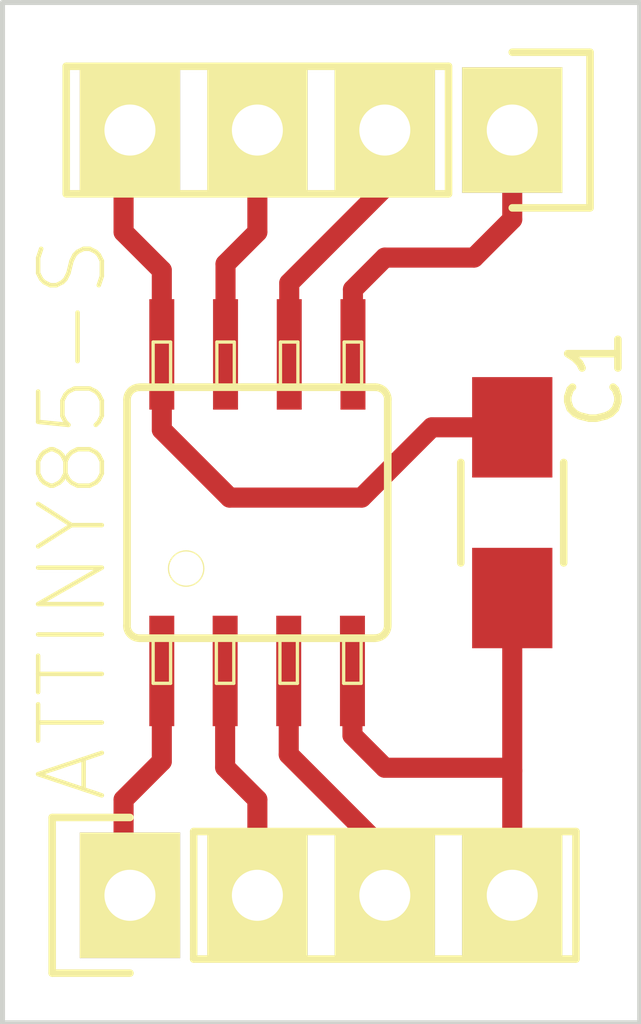
<source format=kicad_pcb>
(kicad_pcb (version 4) (host pcbnew "(2015-05-12 BZR 5652)-product")

  (general
    (links 10)
    (no_connects 0)
    (area 132.867667 94.437999 151.104334 114.858001)
    (thickness 1.6)
    (drawings 4)
    (tracks 42)
    (zones 0)
    (modules 4)
    (nets 9)
  )

  (page A4)
  (layers
    (0 F.Cu signal)
    (31 B.Cu signal)
    (32 B.Adhes user)
    (33 F.Adhes user)
    (34 B.Paste user)
    (35 F.Paste user)
    (36 B.SilkS user)
    (37 F.SilkS user)
    (38 B.Mask user)
    (39 F.Mask user)
    (40 Dwgs.User user)
    (41 Cmts.User user)
    (42 Eco1.User user)
    (43 Eco2.User user)
    (44 Edge.Cuts user)
    (45 Margin user)
    (46 B.CrtYd user)
    (47 F.CrtYd user)
    (48 B.Fab user)
    (49 F.Fab user)
  )

  (setup
    (last_trace_width 0.4)
    (trace_clearance 0.4)
    (zone_clearance 0.508)
    (zone_45_only no)
    (trace_min 0.2)
    (segment_width 0.2)
    (edge_width 0.1)
    (via_size 0.6)
    (via_drill 0.4)
    (via_min_size 0.4)
    (via_min_drill 0.3)
    (uvia_size 0.3)
    (uvia_drill 0.1)
    (uvias_allowed no)
    (uvia_min_size 0.2)
    (uvia_min_drill 0.1)
    (pcb_text_width 0.3)
    (pcb_text_size 1.5 1.5)
    (mod_edge_width 0.15)
    (mod_text_size 1 1)
    (mod_text_width 0.15)
    (pad_size 1.5 1.5)
    (pad_drill 0.6)
    (pad_to_mask_clearance 0)
    (aux_axis_origin 135.636 114.808)
    (grid_origin 135.636 114.808)
    (visible_elements FFFFFF7F)
    (pcbplotparams
      (layerselection 0x01020_00000001)
      (usegerberextensions true)
      (usegerberattributes true)
      (excludeedgelayer true)
      (linewidth 0.100000)
      (plotframeref false)
      (viasonmask false)
      (mode 1)
      (useauxorigin true)
      (hpglpennumber 1)
      (hpglpenspeed 20)
      (hpglpendiameter 15)
      (hpglpenoverlay 2)
      (psnegative false)
      (psa4output false)
      (plotreference true)
      (plotvalue true)
      (plotinvisibletext false)
      (padsonsilk false)
      (subtractmaskfromsilk false)
      (outputformat 1)
      (mirror false)
      (drillshape 0)
      (scaleselection 1)
      (outputdirectory gerbers/TestGerbers_extraDetail/))
  )

  (net 0 "")
  (net 1 +5V)
  (net 2 GND)
  (net 3 "Net-(IC1-Pad1)")
  (net 4 "Net-(IC1-Pad2)")
  (net 5 "Net-(IC1-Pad3)")
  (net 6 "Net-(IC1-Pad5)")
  (net 7 "Net-(IC1-Pad6)")
  (net 8 "Net-(IC1-Pad7)")

  (net_class Default "This is the default net class."
    (clearance 0.4)
    (trace_width 0.4)
    (via_dia 0.6)
    (via_drill 0.4)
    (uvia_dia 0.3)
    (uvia_drill 0.1)
    (add_net +5V)
    (add_net GND)
    (add_net "Net-(IC1-Pad1)")
    (add_net "Net-(IC1-Pad2)")
    (add_net "Net-(IC1-Pad3)")
    (add_net "Net-(IC1-Pad5)")
    (add_net "Net-(IC1-Pad6)")
    (add_net "Net-(IC1-Pad7)")
  )

  (module FabLibrary:avr-SOIC8 (layer F.Cu) (tedit 55D8A4ED) (tstamp 55D8A0D4)
    (at 140.716 104.648)
    (descr "WIDE PLASTIC GULL WING SMALL OUTLINE PACKAGE")
    (tags "WIDE PLASTIC GULL WING SMALL OUTLINE PACKAGE")
    (path /55D89E12)
    (attr smd)
    (fp_text reference IC1 (at -3.4925 -1.016 90) (layer B.SilkS) hide
      (effects (font (size 1.27 1.27) (thickness 0.0889)) (justify mirror))
    )
    (fp_text value ATTINY85-S (at -3.683 0.127 90) (layer F.SilkS)
      (effects (font (size 1.27 1.27) (thickness 0.0889)))
    )
    (fp_line (start -2.07772 -2.49936) (end -1.72974 -2.49936) (layer F.SilkS) (width 0.06604))
    (fp_line (start -1.72974 -2.49936) (end -1.72974 -3.39852) (layer F.SilkS) (width 0.06604))
    (fp_line (start -2.07772 -3.39852) (end -1.72974 -3.39852) (layer F.SilkS) (width 0.06604))
    (fp_line (start -2.07772 -2.49936) (end -2.07772 -3.39852) (layer F.SilkS) (width 0.06604))
    (fp_line (start -0.80772 -2.49936) (end -0.45974 -2.49936) (layer F.SilkS) (width 0.06604))
    (fp_line (start -0.45974 -2.49936) (end -0.45974 -3.39852) (layer F.SilkS) (width 0.06604))
    (fp_line (start -0.80772 -3.39852) (end -0.45974 -3.39852) (layer F.SilkS) (width 0.06604))
    (fp_line (start -0.80772 -2.49936) (end -0.80772 -3.39852) (layer F.SilkS) (width 0.06604))
    (fp_line (start 0.45974 -2.49936) (end 0.80772 -2.49936) (layer F.SilkS) (width 0.06604))
    (fp_line (start 0.80772 -2.49936) (end 0.80772 -3.39852) (layer F.SilkS) (width 0.06604))
    (fp_line (start 0.45974 -3.39852) (end 0.80772 -3.39852) (layer F.SilkS) (width 0.06604))
    (fp_line (start 0.45974 -2.49936) (end 0.45974 -3.39852) (layer F.SilkS) (width 0.06604))
    (fp_line (start 1.72974 -2.49936) (end 2.07772 -2.49936) (layer F.SilkS) (width 0.06604))
    (fp_line (start 2.07772 -2.49936) (end 2.07772 -3.39852) (layer F.SilkS) (width 0.06604))
    (fp_line (start 1.72974 -3.39852) (end 2.07772 -3.39852) (layer F.SilkS) (width 0.06604))
    (fp_line (start 1.72974 -2.49936) (end 1.72974 -3.39852) (layer F.SilkS) (width 0.06604))
    (fp_line (start 1.71958 3.39852) (end 2.06756 3.39852) (layer F.SilkS) (width 0.06604))
    (fp_line (start 2.06756 3.39852) (end 2.06756 2.49936) (layer F.SilkS) (width 0.06604))
    (fp_line (start 1.71958 2.49936) (end 2.06756 2.49936) (layer F.SilkS) (width 0.06604))
    (fp_line (start 1.71958 3.39852) (end 1.71958 2.49936) (layer F.SilkS) (width 0.06604))
    (fp_line (start 0.44958 3.39852) (end 0.79756 3.39852) (layer F.SilkS) (width 0.06604))
    (fp_line (start 0.79756 3.39852) (end 0.79756 2.49936) (layer F.SilkS) (width 0.06604))
    (fp_line (start 0.44958 2.49936) (end 0.79756 2.49936) (layer F.SilkS) (width 0.06604))
    (fp_line (start 0.44958 3.39852) (end 0.44958 2.49936) (layer F.SilkS) (width 0.06604))
    (fp_line (start -0.81788 3.39852) (end -0.4699 3.39852) (layer F.SilkS) (width 0.06604))
    (fp_line (start -0.4699 3.39852) (end -0.4699 2.49936) (layer F.SilkS) (width 0.06604))
    (fp_line (start -0.81788 2.49936) (end -0.4699 2.49936) (layer F.SilkS) (width 0.06604))
    (fp_line (start -0.81788 3.39852) (end -0.81788 2.49936) (layer F.SilkS) (width 0.06604))
    (fp_line (start -2.07772 3.39852) (end -1.72974 3.39852) (layer F.SilkS) (width 0.06604))
    (fp_line (start -1.72974 3.39852) (end -1.72974 2.49936) (layer F.SilkS) (width 0.06604))
    (fp_line (start -2.07772 2.49936) (end -1.72974 2.49936) (layer F.SilkS) (width 0.06604))
    (fp_line (start -2.07772 3.39852) (end -2.07772 2.49936) (layer F.SilkS) (width 0.06604))
    (fp_line (start 2.35966 2.49936) (end -2.33934 2.49936) (layer F.SilkS) (width 0.1524))
    (fp_line (start -2.33934 -2.49936) (end 2.35966 -2.49936) (layer F.SilkS) (width 0.1524))
    (fp_line (start -2.2098 -2.49936) (end -2.33934 -2.49936) (layer F.SilkS) (width 0.1524))
    (fp_line (start -1.5875 -2.49936) (end -0.94996 -2.49936) (layer F.SilkS) (width 0.1524))
    (fp_line (start -0.3175 -2.49936) (end 0.3175 -2.49936) (layer F.SilkS) (width 0.1524))
    (fp_line (start 0.94996 -2.49936) (end 1.5875 -2.49936) (layer F.SilkS) (width 0.1524))
    (fp_line (start 2.2098 -2.49936) (end 2.35966 -2.49936) (layer F.SilkS) (width 0.1524))
    (fp_line (start 2.19964 2.49936) (end 2.32918 2.49936) (layer F.SilkS) (width 0.1524))
    (fp_line (start 1.5875 2.49936) (end 0.9398 2.49936) (layer F.SilkS) (width 0.1524))
    (fp_line (start 0.3175 2.49936) (end -0.32766 2.49936) (layer F.SilkS) (width 0.1524))
    (fp_line (start -0.94996 2.49936) (end -1.5875 2.49936) (layer F.SilkS) (width 0.1524))
    (fp_line (start -2.2098 2.49936) (end -2.33934 2.49936) (layer F.SilkS) (width 0.1524))
    (fp_line (start -2.59842 -2.2479) (end -2.59842 2.23774) (layer F.SilkS) (width 0.1524))
    (fp_line (start 2.59842 2.2479) (end 2.59842 -2.2479) (layer F.SilkS) (width 0.1524))
    (fp_circle (center -1.41986 1.11252) (end -1.66878 1.36144) (layer F.SilkS) (width 0.0254))
    (fp_arc (start -2.3495 -2.2479) (end -2.59842 -2.2479) (angle 90) (layer F.SilkS) (width 0.1524))
    (fp_arc (start 2.3495 -2.2479) (end 2.3495 -2.49936) (angle 90) (layer F.SilkS) (width 0.1524))
    (fp_arc (start 2.3495 2.2479) (end 2.59842 2.2479) (angle 90) (layer F.SilkS) (width 0.1524))
    (fp_arc (start -2.3495 2.2479) (end -2.3495 2.49936) (angle 90) (layer F.SilkS) (width 0.1524))
    (pad 1 smd rect (at -1.905 3.15214) (size 0.49784 2.19964) (layers F.Cu F.Paste F.Mask)
      (net 3 "Net-(IC1-Pad1)"))
    (pad 2 smd rect (at -0.64262 3.15214) (size 0.49784 2.19964) (layers F.Cu F.Paste F.Mask)
      (net 4 "Net-(IC1-Pad2)"))
    (pad 3 smd rect (at 0.62484 3.15214) (size 0.49784 2.19964) (layers F.Cu F.Paste F.Mask)
      (net 5 "Net-(IC1-Pad3)"))
    (pad 4 smd rect (at 1.89484 3.15214) (size 0.49784 2.19964) (layers F.Cu F.Paste F.Mask)
      (net 2 GND))
    (pad 5 smd rect (at 1.905 -3.15214) (size 0.49784 2.19964) (layers F.Cu F.Paste F.Mask)
      (net 6 "Net-(IC1-Pad5)"))
    (pad 6 smd rect (at 0.635 -3.15214) (size 0.49784 2.19964) (layers F.Cu F.Paste F.Mask)
      (net 7 "Net-(IC1-Pad6)"))
    (pad 7 smd rect (at -0.635 -3.15214) (size 0.49784 2.19964) (layers F.Cu F.Paste F.Mask)
      (net 8 "Net-(IC1-Pad7)"))
    (pad 8 smd rect (at -1.905 -3.15214) (size 0.49784 2.19964) (layers F.Cu F.Paste F.Mask)
      (net 1 +5V))
  )

  (module FabLibrary:Socket_Strip_Straight_1x04 (layer F.Cu) (tedit 55D8A4C0) (tstamp 55D8A0DC)
    (at 145.796 97.028 180)
    (descr "Through hole socket strip")
    (tags "socket strip")
    (path /55D89EB4)
    (fp_text reference P1 (at -1.524 -2.794 180) (layer F.SilkS) hide
      (effects (font (size 1 1) (thickness 0.15)))
    )
    (fp_text value CONN_01X04 (at 0 -3.1 180) (layer F.Fab) hide
      (effects (font (size 1 1) (thickness 0.15)))
    )
    (fp_line (start -1.75 -1.75) (end -1.75 1.75) (layer F.CrtYd) (width 0.05))
    (fp_line (start 9.4 -1.75) (end 9.4 1.75) (layer F.CrtYd) (width 0.05))
    (fp_line (start -1.75 -1.75) (end 9.4 -1.75) (layer F.CrtYd) (width 0.05))
    (fp_line (start -1.75 1.75) (end 9.4 1.75) (layer F.CrtYd) (width 0.05))
    (fp_line (start 1.27 -1.27) (end 8.89 -1.27) (layer F.SilkS) (width 0.15))
    (fp_line (start 1.27 1.27) (end 8.89 1.27) (layer F.SilkS) (width 0.15))
    (fp_line (start -1.55 1.55) (end 0 1.55) (layer F.SilkS) (width 0.15))
    (fp_line (start 8.89 -1.27) (end 8.89 1.27) (layer F.SilkS) (width 0.15))
    (fp_line (start 1.27 1.27) (end 1.27 -1.27) (layer F.SilkS) (width 0.15))
    (fp_line (start 0 -1.55) (end -1.55 -1.55) (layer F.SilkS) (width 0.15))
    (fp_line (start -1.55 -1.55) (end -1.55 1.55) (layer F.SilkS) (width 0.15))
    (pad 1 thru_hole rect (at 0 0 180) (size 2 2.5) (drill 1.016) (layers *.Mask F.Cu F.SilkS)
      (net 6 "Net-(IC1-Pad5)"))
    (pad 2 thru_hole rect (at 2.54 0 180) (size 2 2.5) (drill 1.016) (layers *.Mask F.Cu F.SilkS)
      (net 7 "Net-(IC1-Pad6)"))
    (pad 3 thru_hole rect (at 5.08 0 180) (size 2 2.5) (drill 1.016) (layers *.Mask F.Cu F.SilkS)
      (net 8 "Net-(IC1-Pad7)"))
    (pad 4 thru_hole rect (at 7.62 0 180) (size 2 2.5) (drill 1.016) (layers *.Mask F.Cu F.SilkS)
      (net 1 +5V))
    (model Socket_Strips.3dshapes/Socket_Strip_Straight_1x04.wrl
      (at (xyz 0.15 0 0))
      (scale (xyz 1 1 1))
      (rotate (xyz 0 0 180))
    )
  )

  (module FabLibrary:Socket_Strip_Straight_1x04 (layer F.Cu) (tedit 55D8A491) (tstamp 55D8A0E4)
    (at 138.176 112.268)
    (descr "Through hole socket strip")
    (tags "socket strip")
    (path /55D89F09)
    (fp_text reference P2 (at 0 -5.1) (layer F.SilkS) hide
      (effects (font (size 1 1) (thickness 0.15)))
    )
    (fp_text value CONN_01X04 (at 0 -3.1) (layer F.Fab) hide
      (effects (font (size 1 1) (thickness 0.15)))
    )
    (fp_line (start -1.75 -1.75) (end -1.75 1.75) (layer F.CrtYd) (width 0.05))
    (fp_line (start 9.4 -1.75) (end 9.4 1.75) (layer F.CrtYd) (width 0.05))
    (fp_line (start -1.75 -1.75) (end 9.4 -1.75) (layer F.CrtYd) (width 0.05))
    (fp_line (start -1.75 1.75) (end 9.4 1.75) (layer F.CrtYd) (width 0.05))
    (fp_line (start 1.27 -1.27) (end 8.89 -1.27) (layer F.SilkS) (width 0.15))
    (fp_line (start 1.27 1.27) (end 8.89 1.27) (layer F.SilkS) (width 0.15))
    (fp_line (start -1.55 1.55) (end 0 1.55) (layer F.SilkS) (width 0.15))
    (fp_line (start 8.89 -1.27) (end 8.89 1.27) (layer F.SilkS) (width 0.15))
    (fp_line (start 1.27 1.27) (end 1.27 -1.27) (layer F.SilkS) (width 0.15))
    (fp_line (start 0 -1.55) (end -1.55 -1.55) (layer F.SilkS) (width 0.15))
    (fp_line (start -1.55 -1.55) (end -1.55 1.55) (layer F.SilkS) (width 0.15))
    (pad 1 thru_hole rect (at 0 0) (size 2 2.5) (drill 1.016) (layers *.Mask F.Cu F.SilkS)
      (net 3 "Net-(IC1-Pad1)"))
    (pad 2 thru_hole rect (at 2.54 0) (size 2 2.5) (drill 1.016) (layers *.Mask F.Cu F.SilkS)
      (net 4 "Net-(IC1-Pad2)"))
    (pad 3 thru_hole rect (at 5.08 0) (size 2 2.5) (drill 1.016) (layers *.Mask F.Cu F.SilkS)
      (net 5 "Net-(IC1-Pad3)"))
    (pad 4 thru_hole rect (at 7.62 0) (size 2 2.5) (drill 1.016) (layers *.Mask F.Cu F.SilkS)
      (net 2 GND))
    (model Socket_Strips.3dshapes/Socket_Strip_Straight_1x04.wrl
      (at (xyz 0.15 0 0))
      (scale (xyz 1 1 1))
      (rotate (xyz 0 0 180))
    )
  )

  (module FabLibrary:C_1206_HandSoldering_IainEdit (layer F.Cu) (tedit 55D8A4C7) (tstamp 55D8A260)
    (at 145.796 104.648 270)
    (descr "Capacitor SMD 1206, hand soldering")
    (tags "capacitor 1206")
    (path /55D8A776)
    (attr smd)
    (fp_text reference C1 (at -2.667 -1.651 270) (layer F.SilkS)
      (effects (font (size 1 1) (thickness 0.15)))
    )
    (fp_text value 0.1u (at 0 2.3 270) (layer F.SilkS) hide
      (effects (font (size 1 1) (thickness 0.15)))
    )
    (fp_line (start -3.3 -1.15) (end 3.3 -1.15) (layer F.CrtYd) (width 0.05))
    (fp_line (start -3.3 1.15) (end 3.3 1.15) (layer F.CrtYd) (width 0.05))
    (fp_line (start -3.3 -1.15) (end -3.3 1.15) (layer F.CrtYd) (width 0.05))
    (fp_line (start 3.3 -1.15) (end 3.3 1.15) (layer F.CrtYd) (width 0.05))
    (fp_line (start 1 -1.025) (end -1 -1.025) (layer F.SilkS) (width 0.15))
    (fp_line (start -1 1.025) (end 1 1.025) (layer F.SilkS) (width 0.15))
    (pad 1 smd rect (at -1.7 0 270) (size 2 1.6) (layers F.Cu F.Paste F.Mask)
      (net 1 +5V))
    (pad 2 smd rect (at 1.7 0 270) (size 2 1.6) (layers F.Cu F.Paste F.Mask)
      (net 2 GND))
    (model Capacitors_SMD/C_1206_HandSoldering.wrl
      (at (xyz 0 0 0))
      (scale (xyz 1 1 1))
      (rotate (xyz 0 0 0))
    )
  )

  (gr_line (start 148.336 114.808) (end 148.336 94.488) (angle 90) (layer Edge.Cuts) (width 0.1))
  (gr_line (start 135.636 114.808) (end 148.336 114.808) (angle 90) (layer Edge.Cuts) (width 0.1))
  (gr_line (start 135.636 94.488) (end 135.636 114.808) (angle 90) (layer Edge.Cuts) (width 0.1))
  (gr_line (start 148.336 94.488) (end 135.636 94.488) (angle 90) (layer Edge.Cuts) (width 0.1))

  (segment (start 138.811 101.49586) (end 138.811 99.822) (width 0.4) (layer F.Cu) (net 1))
  (segment (start 138.811 99.822) (end 138.049 99.06) (width 0.4) (layer F.Cu) (net 1))
  (segment (start 138.049 99.06) (end 138.049 97.155) (width 0.4) (layer F.Cu) (net 1))
  (segment (start 138.049 97.155) (end 138.176 97.028) (width 0.4) (layer F.Cu) (net 1))
  (segment (start 138.811 101.49586) (end 138.811 102.99568) (width 0.4) (layer F.Cu) (net 1))
  (segment (start 138.811 102.99568) (end 140.16332 104.348) (width 0.4) (layer F.Cu) (net 1))
  (segment (start 142.794 104.348) (end 144.194 102.948) (width 0.4) (layer F.Cu) (net 1))
  (segment (start 140.16332 104.348) (end 142.794 104.348) (width 0.4) (layer F.Cu) (net 1))
  (segment (start 144.194 102.948) (end 145.796 102.948) (width 0.4) (layer F.Cu) (net 1))
  (segment (start 145.738851 109.728) (end 145.796 109.785149) (width 0.4) (layer F.Cu) (net 2))
  (segment (start 143.256 109.728) (end 145.738851 109.728) (width 0.4) (layer F.Cu) (net 2))
  (segment (start 142.61084 109.08284) (end 143.256 109.728) (width 0.4) (layer F.Cu) (net 2))
  (segment (start 142.61084 107.80014) (end 142.61084 109.08284) (width 0.4) (layer F.Cu) (net 2))
  (segment (start 145.796 106.348) (end 145.796 109.785149) (width 0.4) (layer F.Cu) (net 2))
  (segment (start 145.796 109.785149) (end 145.796 112.268) (width 0.4) (layer F.Cu) (net 2))
  (segment (start 145.542 112.014) (end 145.796 112.268) (width 0.4) (layer F.Cu) (net 2))
  (segment (start 138.811 107.80014) (end 138.811 109.601) (width 0.4) (layer F.Cu) (net 3))
  (segment (start 138.811 109.601) (end 138.049 110.363) (width 0.4) (layer F.Cu) (net 3))
  (segment (start 138.049 110.363) (end 138.049 112.141) (width 0.4) (layer F.Cu) (net 3))
  (segment (start 138.049 112.141) (end 138.176 112.268) (width 0.4) (layer F.Cu) (net 3))
  (segment (start 140.07338 107.80014) (end 140.07338 109.72038) (width 0.4) (layer F.Cu) (net 4))
  (segment (start 140.07338 109.72038) (end 140.716 110.363) (width 0.4) (layer F.Cu) (net 4))
  (segment (start 140.716 110.363) (end 140.716 112.268) (width 0.4) (layer F.Cu) (net 4))
  (segment (start 140.07338 107.80014) (end 140.081 107.80776) (width 0.4) (layer F.Cu) (net 4))
  (segment (start 140.716 111.76) (end 140.716 112.014) (width 0.4) (layer F.Cu) (net 4))
  (segment (start 140.716 112.014) (end 140.843 112.141) (width 0.4) (layer F.Cu) (net 4))
  (segment (start 140.843 112.141) (end 140.716 112.268) (width 0.4) (layer F.Cu) (net 4))
  (segment (start 141.34084 107.80014) (end 141.34084 109.46384) (width 0.4) (layer F.Cu) (net 5))
  (segment (start 141.34084 109.46384) (end 143.256 111.379) (width 0.4) (layer F.Cu) (net 5))
  (segment (start 143.256 111.379) (end 143.256 112.268) (width 0.4) (layer F.Cu) (net 5))
  (segment (start 142.621 101.49586) (end 142.621 100.203) (width 0.4) (layer F.Cu) (net 6))
  (segment (start 142.621 100.203) (end 143.256 99.568) (width 0.4) (layer F.Cu) (net 6))
  (segment (start 143.256 99.568) (end 145.034 99.568) (width 0.4) (layer F.Cu) (net 6))
  (segment (start 145.034 99.568) (end 145.796 98.806) (width 0.4) (layer F.Cu) (net 6))
  (segment (start 145.796 98.806) (end 145.796 97.028) (width 0.4) (layer F.Cu) (net 6))
  (segment (start 145.542 97.282) (end 145.796 97.028) (width 0.4) (layer F.Cu) (net 6))
  (segment (start 141.351 101.49586) (end 141.351 100.076) (width 0.4) (layer F.Cu) (net 7))
  (segment (start 141.351 100.076) (end 143.256 98.171) (width 0.4) (layer F.Cu) (net 7))
  (segment (start 143.256 98.171) (end 143.256 97.028) (width 0.4) (layer F.Cu) (net 7))
  (segment (start 140.081 101.49586) (end 140.081 99.695) (width 0.4) (layer F.Cu) (net 8))
  (segment (start 140.081 99.695) (end 140.716 99.06) (width 0.4) (layer F.Cu) (net 8))
  (segment (start 140.716 99.06) (end 140.716 97.028) (width 0.4) (layer F.Cu) (net 8))

)

</source>
